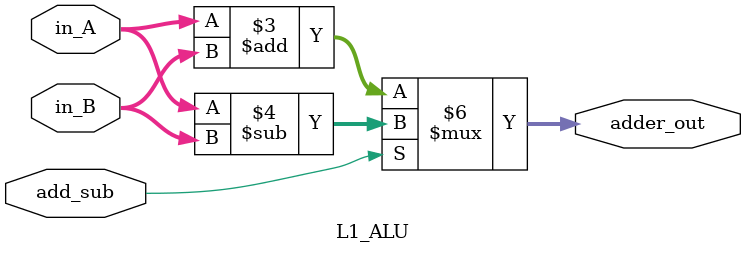
<source format=v>
module L1_ALU(input [3:0] in_A,
			  input [3:0] in_B,
			  input add_sub,
			  output reg [3:0] adder_out);

	always@(*)
	begin
	
		if(add_sub == 0) //0 means add
		begin
			adder_out <= in_A + in_B;
		end
		
		else
		begin
			adder_out <= in_A - in_B;
		end
		
	end
	
endmodule
</source>
